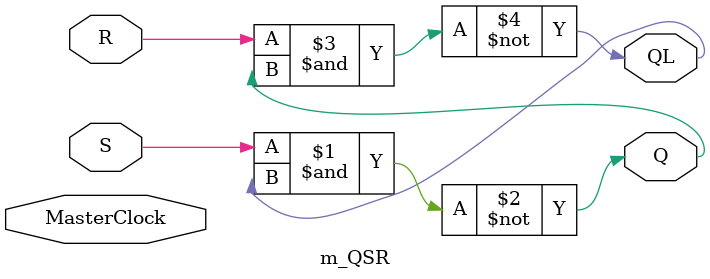
<source format=sv>
module m_QSR                                                                    //[CLOCK.NET:00124] MODULE QSR;
(                                                                               //[CLOCK.NET:00124] MODULE QSR;

    input    MasterClock,
    input    S,                                                                 //[CLOCK.NET:00126] INPUTS	S,R;
    input    R,                                                                 //[CLOCK.NET:00126] INPUTS	S,R;
    output    Q,                                                                //[CLOCK.NET:00127] OUTPUTS	Q,QL;
    output    QL                                                                //[CLOCK.NET:00127] OUTPUTS	Q,QL;
);                                                                              //[CLOCK.NET:00124] MODULE QSR;
                                                                                //[CLOCK.NET:00128] LEVEL FUNCTION;
assign Q = ~(S & QL);                                                           //[CLOCK.NET:00130] Q_(Q) = ND2B(S,QL);
assign QL = ~(R & Q);                                                           //[CLOCK.NET:00131] QL_(QL) = ND2B(R,Q);
endmodule                                                                       //[CLOCK.NET:00132] END MODULE;

</source>
